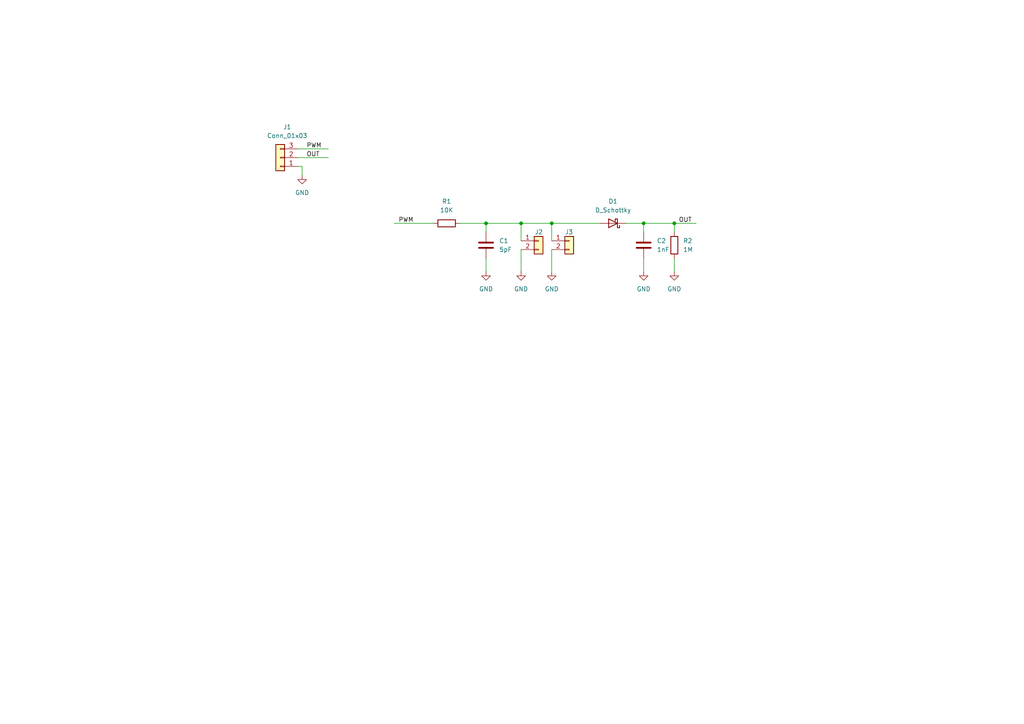
<source format=kicad_sch>
(kicad_sch (version 20210621) (generator eeschema)
  (paper "A4")
  (lib_symbols
    (symbol "Connector_Generic:Conn_01x02" (pin_names (offset 1.016) hide)
      (property "Reference" "J" (at 0 2.54 0))
      (property "Value" "Conn_01x02" (at 0 -5.08 0))
      (symbol "Conn_01x02_1_1"
        (rectangle (start -1.27 -2.413) (end 0 -2.667) (stroke (width 0.1524)))
        (rectangle (start -1.27 0.127) (end 0 -0.127) (stroke (width 0.1524)))
        (rectangle (start -1.27 1.27) (end 1.27 -3.81) (stroke (width 0.254)) (fill (type background)))
        (pin passive line (at -5.08 0 0) (length 3.81) (name "Pin_1") (number "1"))
        (pin passive line (at -5.08 -2.54 0) (length 3.81) (name "Pin_2") (number "2"))
      )
    )
    (symbol "Connector_Generic:Conn_01x03" (pin_names (offset 1.016) hide)
      (property "Reference" "J" (at 0 5.08 0))
      (property "Value" "Conn_01x03" (at 0 -5.08 0))
      (symbol "Conn_01x03_1_1"
        (rectangle (start -1.27 -2.413) (end 0 -2.667) (stroke (width 0.1524)))
        (rectangle (start -1.27 0.127) (end 0 -0.127) (stroke (width 0.1524)))
        (rectangle (start -1.27 2.667) (end 0 2.413) (stroke (width 0.1524)))
        (rectangle (start -1.27 3.81) (end 1.27 -3.81) (stroke (width 0.254)) (fill (type background)))
        (pin passive line (at -5.08 2.54 0) (length 3.81) (name "Pin_1") (number "1"))
        (pin passive line (at -5.08 0 0) (length 3.81) (name "Pin_2") (number "2"))
        (pin passive line (at -5.08 -2.54 0) (length 3.81) (name "Pin_3") (number "3"))
      )
    )
    (symbol "Device:C" (pin_numbers hide) (pin_names (offset 0.254))
      (property "Reference" "C" (at 0.635 2.54 0))
      (property "Value" "C" (at 0.635 -2.54 0))
      (symbol "C_0_1"
        (polyline (pts (xy -2.032 -0.762) (xy 2.032 -0.762)) (stroke (width 0.508)))
        (polyline (pts (xy -2.032 0.762) (xy 2.032 0.762)) (stroke (width 0.508)))
      )
      (symbol "C_1_1"
        (pin passive line (at 0 3.81 270) (length 2.794) (name "~") (number "1"))
        (pin passive line (at 0 -3.81 90) (length 2.794) (name "~") (number "2"))
      )
    )
    (symbol "Device:D_Schottky" (pin_numbers hide) (pin_names (offset 1.016) hide)
      (property "Reference" "D" (at 0 2.54 0))
      (property "Value" "D_Schottky" (at 0 -2.54 0))
      (symbol "D_Schottky_0_1"
        (polyline (pts (xy 1.27 0) (xy -1.27 0)))
        (polyline (pts (xy 1.27 1.27) (xy 1.27 -1.27) (xy -1.27 0) (xy 1.27 1.27)) (stroke (width 0.254)))
        (polyline (pts (xy -1.905 0.635) (xy -1.905 1.27) (xy -1.27 1.27) (xy -1.27 -1.27) (xy -0.635 -1.27) (xy -0.635 -0.635)) (stroke (width 0.254)))
      )
      (symbol "D_Schottky_1_1"
        (pin passive line (at -3.81 0 0) (length 2.54) (name "K") (number "1"))
        (pin passive line (at 3.81 0 180) (length 2.54) (name "A") (number "2"))
      )
    )
    (symbol "Device:R" (pin_numbers hide) (pin_names (offset 0))
      (property "Reference" "R" (at 2.032 0 90))
      (property "Value" "R" (at 0 0 90))
      (symbol "R_0_1"
        (rectangle (start -1.016 -2.54) (end 1.016 2.54) (stroke (width 0.254)))
      )
      (symbol "R_1_1"
        (pin passive line (at 0 3.81 270) (length 1.27) (name "~") (number "1"))
        (pin passive line (at 0 -3.81 90) (length 1.27) (name "~") (number "2"))
      )
    )
    (symbol "power:GND" (power) (pin_names (offset 0))
      (property "Value" "GND" (at 0 -3.81 0))
      (symbol "GND_0_1"
        (polyline (pts (xy 0 0) (xy 0 -1.27) (xy 1.27 -1.27) (xy 0 -2.54) (xy -1.27 -1.27) (xy 0 -1.27)))
      )
      (symbol "GND_1_1"
        (pin power_in line (at 0 0 270) (length 0) hide (name "GND") (number "1"))
      )
    )
  )
  (junction (at 140.97 64.77))
  (junction (at 151.13 64.77))
  (junction (at 160.02 64.77))
  (junction (at 186.69 64.77))
  (junction (at 195.58 64.77))
  (wire (pts (xy 86.36 43.18) (xy 95.25 43.18)))
  (wire (pts (xy 86.36 45.72) (xy 95.25 45.72)))
  (wire (pts (xy 86.36 48.26) (xy 87.63 48.26)))
  (wire (pts (xy 87.63 48.26) (xy 87.63 50.8)))
  (wire (pts (xy 114.3 64.77) (xy 125.73 64.77)))
  (wire (pts (xy 133.35 64.77) (xy 140.97 64.77)))
  (wire (pts (xy 140.97 64.77) (xy 140.97 67.31)))
  (wire (pts (xy 140.97 64.77) (xy 151.13 64.77)))
  (wire (pts (xy 140.97 74.93) (xy 140.97 78.74)))
  (wire (pts (xy 151.13 64.77) (xy 151.13 69.85)))
  (wire (pts (xy 151.13 64.77) (xy 160.02 64.77)))
  (wire (pts (xy 151.13 72.39) (xy 151.13 78.74)))
  (wire (pts (xy 160.02 64.77) (xy 160.02 69.85)))
  (wire (pts (xy 160.02 64.77) (xy 173.99 64.77)))
  (wire (pts (xy 160.02 72.39) (xy 160.02 78.74)))
  (wire (pts (xy 181.61 64.77) (xy 186.69 64.77)))
  (wire (pts (xy 186.69 64.77) (xy 186.69 67.31)))
  (wire (pts (xy 186.69 64.77) (xy 195.58 64.77)))
  (wire (pts (xy 186.69 74.93) (xy 186.69 78.74)))
  (wire (pts (xy 195.58 64.77) (xy 195.58 67.31)))
  (wire (pts (xy 195.58 64.77) (xy 201.93 64.77)))
  (wire (pts (xy 195.58 74.93) (xy 195.58 78.74)))
  (label "PWM" (at 88.9 43.18 0))
  (label "OUT" (at 88.9 45.72 0))
  (label "PWM" (at 115.57 64.77 0))
  (label "OUT" (at 196.85 64.77 0))
  (symbol (lib_id "power:GND") (at 87.63 50.8 0) (unit 1)
    (property "Reference" "#PWR0101" (effects hide))
    (property "Value" "GND" (at 87.63 55.88 0))
  )
  (symbol (lib_id "power:GND") (at 140.97 78.74 0) (unit 1)
    (property "Reference" "#PWR0102" (effects hide))
    (property "Value" "GND" (at 140.97 83.82 0))
  )
  (symbol (lib_id "power:GND") (at 151.13 78.74 0) (unit 1)
    (property "Reference" "#PWR0103" (effects hide))
    (property "Value" "GND" (at 151.13 83.82 0))
  )
  (symbol (lib_id "power:GND") (at 160.02 78.74 0) (unit 1)
    (property "Reference" "#PWR0106" (effects hide))
    (property "Value" "GND" (at 160.02 83.82 0))
  )
  (symbol (lib_id "power:GND") (at 186.69 78.74 0) (unit 1)
    (property "Reference" "#PWR0104" (effects hide))
    (property "Value" "GND" (at 186.69 83.82 0))
  )
  (symbol (lib_id "power:GND") (at 195.58 78.74 0) (unit 1)
    (property "Reference" "#PWR0105" (effects hide))
    (property "Value" "GND" (at 195.58 83.82 0))
  )
  (symbol (lib_id "Device:R") (at 129.54 64.77 90) (unit 1)
    (property "Reference" "R1" (at 129.54 58.42 90))
    (property "Value" "10K" (at 129.54 60.96 90))
    (property "Footprint" "Resistor_SMD:R_0603_1608Metric" (effects hide))
  )
  (symbol (lib_id "Device:R") (at 195.58 71.12 180) (unit 1)
    (property "Reference" "R2" (at 198.12 69.8499 0) (effects (justify right)))
    (property "Value" "1M" (at 198.12 72.3899 0) (effects (justify right)))
    (property "Footprint" "Resistor_SMD:R_0603_1608Metric" (effects hide))
  )
  (symbol (lib_id "Device:D_Schottky") (at 177.8 64.77 180) (unit 1)
    (property "Reference" "D1" (at 177.8 58.42 0))
    (property "Value" "D_Schottky" (at 177.8 60.96 0))
    (property "Footprint" "Diode_SMD:D_SOD-123" (effects hide))
  )
  (symbol (lib_id "Connector_Generic:Conn_01x02") (at 156.21 69.85 0) (unit 1)
    (property "Reference" "J2" (at 157.48 67.3099 0) (effects (justify right)))
    (property "Value" "Conn_01x02" (effects hide))
    (property "Footprint" "DUST:PTSM 0.5-2-HH-2.5-SMD" (effects hide))
  )
  (symbol (lib_id "Connector_Generic:Conn_01x02") (at 165.1 69.85 0) (unit 1)
    (property "Reference" "J3" (at 163.83 67.3099 0) (effects (justify left)))
    (property "Value" "Conn_01x02" (effects hide))
    (property "Footprint" "Connector_PinHeader_2.54mm:PinHeader_1x02_P2.54mm_Vertical" (effects hide))
  )
  (symbol (lib_id "Device:C") (at 140.97 71.12 0) (unit 1)
    (property "Reference" "C1" (at 144.78 69.8499 0) (effects (justify left)))
    (property "Value" "5pF" (at 144.78 72.3899 0) (effects (justify left)))
    (property "Footprint" "Capacitor_SMD:C_0603_1608Metric" (effects hide))
  )
  (symbol (lib_id "Device:C") (at 186.69 71.12 0) (unit 1)
    (property "Reference" "C2" (at 190.5 69.8499 0) (effects (justify left)))
    (property "Value" "1nF" (at 190.5 72.3899 0) (effects (justify left)))
    (property "Footprint" "Capacitor_SMD:C_0603_1608Metric" (effects hide))
  )
  (symbol (lib_id "Connector_Generic:Conn_01x03") (at 81.28 45.72 180) (unit 1)
    (property "Reference" "J1" (at 83.312 36.83 0))
    (property "Value" "Conn_01x03" (at 83.312 39.37 0))
    (property "Footprint" "Connector_PinHeader_2.54mm:PinHeader_1x03_P2.54mm_Vertical" (effects hide))
  )
)
</source>
